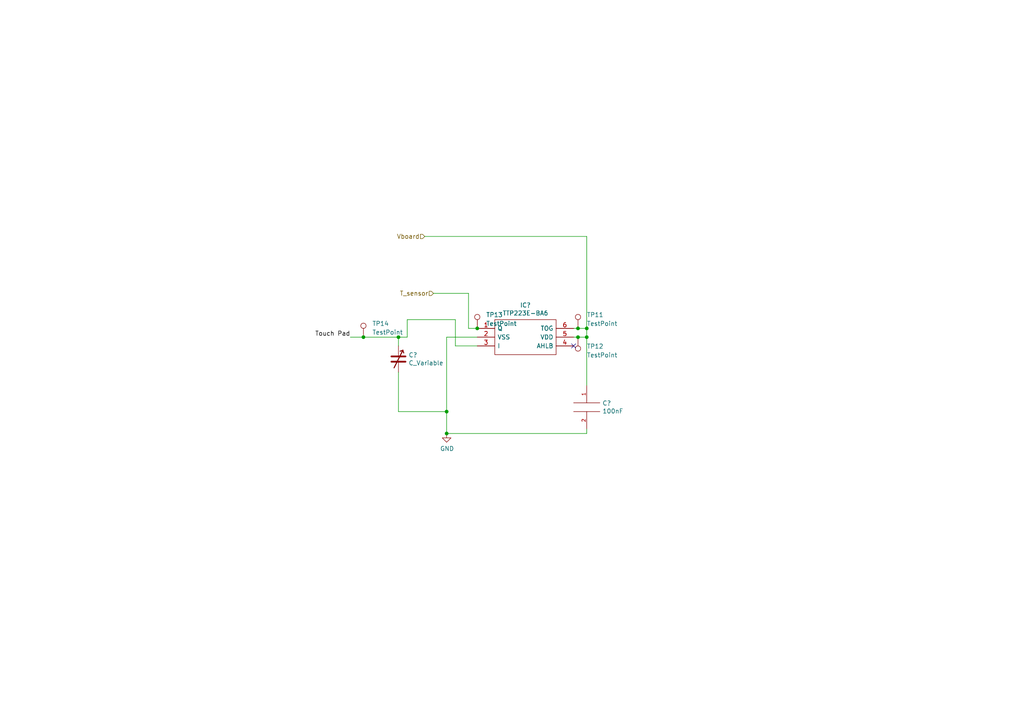
<source format=kicad_sch>
(kicad_sch (version 20230121) (generator eeschema)
  (paper "A4")
  (title_block (title "Digital Sensor") (date "2023-03-04") (rev "Rev 1") (company "UCT") (comment 1 "EEE3088F"))
  (lib_symbols
    (symbol "Connector:TestPoint" (pin_numbers hide) (pin_names (offset 0.762) hide)
      (property "Reference" "TP" (at 0 6.858 0))
      (property "Value" "TestPoint" (at 0 5.08 0))
      (symbol "TestPoint_0_1"
        (circle (center 0 3.302) (radius 0.762))
      )
      (symbol "TestPoint_1_1"
        (pin passive line (at 0 0 90) (length 2.54) (name "1") (number "1"))
      )
    )
    (symbol "Device:C_Variable" (pin_numbers hide) (pin_names (offset 0.254) hide)
      (property "Reference" "C" (at 0.635 -1.905 0))
      (property "Value" "C_Variable" (at 0.635 -3.81 0))
      (symbol "C_Variable_0_1"
        (polyline (pts (xy -2.032 -0.762) (xy 2.032 -0.762)) (stroke (width 0.508)))
        (polyline (pts (xy -2.032 0.762) (xy 2.032 0.762)) (stroke (width 0.508)))
        (polyline (pts (xy 1.27 2.54) (xy -1.27 -2.54)) (stroke (width 0.3048)))
        (polyline (pts (xy 1.27 2.54) (xy 0.508 2.286)) (stroke (width 0.3048)))
        (polyline (pts (xy 1.27 2.54) (xy 1.524 1.778)) (stroke (width 0.3048)))
      )
      (symbol "C_Variable_1_1"
        (pin passive line (at 0 3.81 270) (length 3.048) (name "~") (number "1"))
        (pin passive line (at 0 -3.81 90) (length 3.048) (name "~") (number "2"))
      )
    )
    (symbol "Sensors-rescue:CAP-pspice" (pin_names (offset 0.254))
      (property "Reference" "C" (at 2.54 3.81 90))
      (property "Value" "pspice_CAP" (at 2.54 -3.81 90))
      (symbol "CAP-pspice_0_1"
        (polyline (pts (xy -3.81 -1.27) (xy 3.81 -1.27)))
        (polyline (pts (xy -3.81 1.27) (xy 3.81 1.27)))
      )
      (symbol "CAP-pspice_1_1"
        (pin passive line (at 0 6.35 270) (length 5.08) (name "~") (number "1"))
        (pin passive line (at 0 -6.35 90) (length 5.08) (name "~") (number "2"))
      )
    )
    (symbol "Sensors-rescue:TTP223E-BA6-TTP223E-BA6" (pin_names (offset 0.762))
      (property "Reference" "IC" (at 24.13 7.62 0))
      (property "Value" "TTP223E-BA6_TTP223E-BA6" (at 24.13 5.08 0))
      (symbol "TTP223E-BA6-TTP223E-BA6_0_0"
        (pin passive line (at 0 0 0) (length 5.08) (name "Q") (number "1"))
        (pin passive line (at 0 -2.54 0) (length 5.08) (name "VSS") (number "2"))
        (pin passive line (at 0 -5.08 0) (length 5.08) (name "I") (number "3"))
        (pin passive line (at 27.94 -5.08 180) (length 5.08) (name "AHLB") (number "4"))
        (pin passive line (at 27.94 -2.54 180) (length 5.08) (name "VDD") (number "5"))
        (pin passive line (at 27.94 0 180) (length 5.08) (name "TOG") (number "6"))
      )
      (symbol "TTP223E-BA6-TTP223E-BA6_0_1"
        (polyline (pts (xy 5.08 2.54) (xy 22.86 2.54) (xy 22.86 -7.62) (xy 5.08 -7.62) (xy 5.08 2.54)) (stroke (width 0.1524)))
      )
    )
    (symbol "power:GND" (power) (pin_names (offset 0))
      (property "Value" "GND" (at 0 -3.81 0))
      (symbol "GND_0_1"
        (polyline (pts (xy 0 0) (xy 0 -1.27) (xy 1.27 -1.27) (xy 0 -2.54) (xy -1.27 -1.27) (xy 0 -1.27)))
      )
      (symbol "GND_1_1"
        (pin power_in line (at 0 0 270) (length 0) hide (name "GND") (number "1"))
      )
    )
  )
  (junction (at 170.18 97.79))
  (junction (at 167.64 97.79))
  (junction (at 115.57 97.79))
  (junction (at 105.41 97.79))
  (junction (at 129.54 119.38))
  (junction (at 138.43 95.25))
  (junction (at 170.18 95.25))
  (junction (at 129.54 125.73))
  (junction (at 167.64 95.25))
  (no_connect (at 166.37 100.33))
  (wire (pts (xy 105.41 97.79) (xy 115.57 97.79)))
  (wire (pts (xy 129.54 97.79) (xy 129.54 119.38)))
  (wire (pts (xy 135.89 95.25) (xy 138.43 95.25)))
  (wire (pts (xy 167.64 95.25) (xy 166.37 95.25)))
  (wire (pts (xy 115.57 97.79) (xy 118.11 97.79)))
  (wire (pts (xy 170.18 125.73) (xy 170.18 124.46)))
  (wire (pts (xy 138.43 100.33) (xy 132.08 100.33)))
  (wire (pts (xy 123.19 68.58) (xy 170.18 68.58)))
  (wire (pts (xy 170.18 95.25) (xy 170.18 97.79)))
  (wire (pts (xy 129.54 125.73) (xy 170.18 125.73)))
  (wire (pts (xy 101.6 97.79) (xy 105.41 97.79)))
  (wire (pts (xy 170.18 68.58) (xy 170.18 95.25)))
  (wire (pts (xy 125.73 85.09) (xy 135.89 85.09)))
  (wire (pts (xy 167.64 97.79) (xy 170.18 97.79)))
  (wire (pts (xy 115.57 107.95) (xy 115.57 119.38)))
  (wire (pts (xy 166.37 97.79) (xy 167.64 97.79)))
  (wire (pts (xy 170.18 111.76) (xy 170.18 97.79)))
  (wire (pts (xy 132.08 100.33) (xy 132.08 92.71)))
  (wire (pts (xy 115.57 100.33) (xy 115.57 97.79)))
  (wire (pts (xy 129.54 119.38) (xy 129.54 125.73)))
  (wire (pts (xy 118.11 92.71) (xy 132.08 92.71)))
  (wire (pts (xy 135.89 85.09) (xy 135.89 95.25)))
  (wire (pts (xy 138.43 97.79) (xy 129.54 97.79)))
  (wire (pts (xy 118.11 92.71) (xy 118.11 97.79)))
  (wire (pts (xy 115.57 119.38) (xy 129.54 119.38)))
  (wire (pts (xy 170.18 95.25) (xy 167.64 95.25)))
  (label "Touch Pad" (at 101.6 97.79 180))
  (hierarchical_label "T_sensor" (shape input) (at 125.73 85.09 180))
  (hierarchical_label "Vboard" (shape input) (at 123.19 68.58 180))
  (symbol (lib_id "Sensors-rescue:TTP223E-BA6-TTP223E-BA6") (at 138.43 95.25 0) (unit 1)
    (property "Reference" "IC?" (at 152.4 88.519 0))
    (property "Value" "TTP223E-BA6" (at 152.4 90.8304 0))
    (property "Footprint" "Package_TO_SOT_SMD:SOT-563" (effects hide))
    (property "Datasheet" "https://datasheet.lcsc.com/szlcsc/1810251711_Tontek-Design-Tech-TTP223E-BA6_C129457.pdf" (effects hide))
    (property "Description" "SOT-23-6 Touch Screen Controller ICs" (effects hide))
    (property "Height" "1.26" (effects hide))
    (property "Manufacturer_Name" "Sam&wing" (effects hide))
    (property "Manufacturer_Part_Number" "223" (effects hide))
    (property "Price" "0.1" (effects hide))
    (property "JLCPCB Part #" "C1693666" (effects hide))
    (property "Price ( 1 board)" "0.1" (effects hide))
    (property "Price (5 boards)" "0.5" (effects hide))
    (instances (project "Sensors" (path "" (reference "IC?") (unit 1)) (path "" (reference "IC?") (unit 1))) (project "FullSchematic" (path "" (reference "IC1") (unit 1))))
  )
  (symbol (lib_id "Sensors-rescue:CAP-pspice") (at 170.18 118.11 0) (unit 1)
    (property "Reference" "C?" (at 174.7012 116.9416 0) (effects (justify left)))
    (property "Value" "100nF" (at 174.7012 119.253 0) (effects (justify left)))
    (property "Footprint" "Capacitor_THT:CP_Axial_L10.0mm_D4.5mm_P15.00mm_Horizontal" (effects hide))
    (property "Price" "0.08" (effects hide))
    (property "Price ( 1 board)" "0.32" (effects hide))
    (property "Price (5 boards)" "1.6" (effects hide))
    (property "JLCPCB Part #" "C24497" (effects hide))
    (instances (project "Sensors" (path "" (reference "C?") (unit 1))) (project "FullSchematic" (path "" (reference "C13") (unit 1))))
  )
  (symbol (lib_id "power:GND") (at 129.54 125.73 0) (unit 1)
    (property "Reference" "#PWR?" (effects hide))
    (property "Value" "GND" (at 129.667 130.1242 0))
    (instances (project "Sensors" (path "" (reference "#PWR?") (unit 1))) (project "FullSchematic" (path "" (reference "#PWR0106") (unit 1))))
  )
  (symbol (lib_id "Device:C_Variable") (at 115.57 104.14 0) (unit 1)
    (property "Reference" "C?" (at 118.491 102.9716 0) (effects (justify left)))
    (property "Value" "C_Variable" (at 118.491 105.283 0) (effects (justify left)))
    (property "Footprint" "Capacitor_SMD:C_Trimmer_Murata_TZC3" (effects hide))
    (property "Price" "0.3067" (effects hide))
    (property "Price ( 1 board)" "0.3067" (effects hide))
    (property "Price (5 boards)" "1.54" (effects hide))
    (property "JLCPCB Part #" "C125363" (effects hide))
    (instances (project "Sensors" (path "" (reference "C?") (unit 1))) (project "FullSchematic" (path "" (reference "C12") (unit 1))))
  )
  (symbol (lib_id "Connector:TestPoint") (at 105.41 97.79 0) (unit 1)
    (property "Reference" "TP14" (at 107.95 93.853 0) (effects (justify left)))
    (property "Value" "TestPoint" (at 107.95 96.393 0) (effects (justify left)))
    (property "Footprint" "TestPoint:TestPoint_Pad_D2.0mm" (effects hide))
    (property "Price" "$0" (effects hide))
    (property "Price ( 1 board)" "0" (effects hide))
    (property "Price (5 boards)" "0" (effects hide))
    (property "JLCPCB Part #" "N/A" (effects hide))
  )
  (symbol (lib_id "Connector:TestPoint") (at 167.64 97.79 180) (unit 1)
    (property "Reference" "TP12" (at 170.18 100.457 0) (effects (justify right)))
    (property "Value" "TestPoint" (at 170.18 102.997 0) (effects (justify right)))
    (property "Footprint" "TestPoint:TestPoint_Pad_D2.0mm" (effects hide))
    (property "Price" "$0" (effects hide))
    (property "Price ( 1 board)" "0" (effects hide))
    (property "Price (5 boards)" "0" (effects hide))
    (property "JLCPCB Part #" "N/A" (effects hide))
  )
  (symbol (lib_id "Connector:TestPoint") (at 138.43 95.25 0) (unit 1)
    (property "Reference" "TP13" (at 140.97 91.313 0) (effects (justify left)))
    (property "Value" "TestPoint" (at 140.97 93.853 0) (effects (justify left)))
    (property "Footprint" "TestPoint:TestPoint_Pad_D2.0mm" (effects hide))
    (property "Price" "$0" (effects hide))
    (property "Price ( 1 board)" "0" (effects hide))
    (property "Price (5 boards)" "0" (effects hide))
    (property "JLCPCB Part #" "N/A" (effects hide))
  )
  (symbol (lib_id "Connector:TestPoint") (at 167.64 95.25 0) (unit 1)
    (property "Reference" "TP11" (at 170.18 91.313 0) (effects (justify left)))
    (property "Value" "TestPoint" (at 170.18 93.853 0) (effects (justify left)))
    (property "Footprint" "TestPoint:TestPoint_Pad_D2.0mm" (effects hide))
    (property "Price" "$0" (effects hide))
    (property "Price ( 1 board)" "0" (effects hide))
    (property "Price (5 boards)" "0" (effects hide))
    (property "JLCPCB Part #" "N/A" (effects hide))
  )
)
</source>
